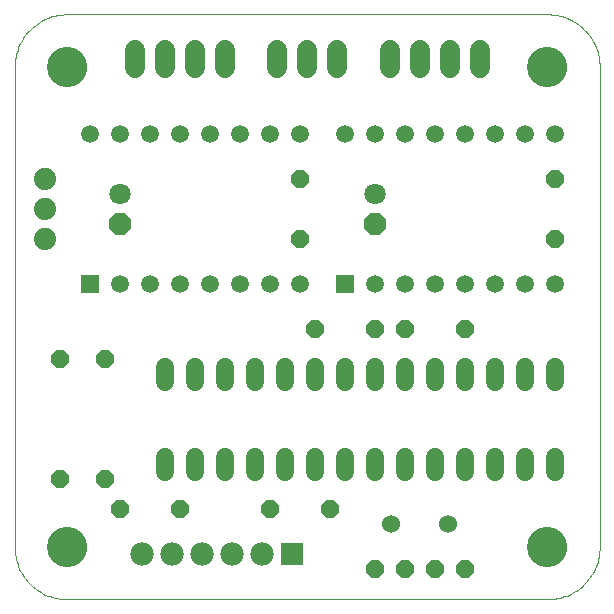
<source format=gts>
G75*
G70*
%OFA0B0*%
%FSLAX24Y24*%
%IPPOS*%
%LPD*%
%AMOC8*
5,1,8,0,0,1.08239X$1,22.5*
%
%ADD10C,0.0000*%
%ADD11C,0.0600*%
%ADD12R,0.0595X0.0595*%
%ADD13C,0.0595*%
%ADD14C,0.0674*%
%ADD15OC8,0.0600*%
%ADD16OC8,0.0710*%
%ADD17C,0.0710*%
%ADD18C,0.0600*%
%ADD19C,0.1340*%
%ADD20R,0.0780X0.0780*%
%ADD21C,0.0780*%
%ADD22C,0.0740*%
D10*
X000665Y002415D02*
X000665Y018415D01*
X001785Y018415D02*
X001787Y018465D01*
X001793Y018515D01*
X001803Y018564D01*
X001817Y018612D01*
X001834Y018659D01*
X001855Y018704D01*
X001880Y018748D01*
X001908Y018789D01*
X001940Y018828D01*
X001974Y018865D01*
X002011Y018899D01*
X002051Y018929D01*
X002093Y018956D01*
X002137Y018980D01*
X002183Y019001D01*
X002230Y019017D01*
X002278Y019030D01*
X002328Y019039D01*
X002377Y019044D01*
X002428Y019045D01*
X002478Y019042D01*
X002527Y019035D01*
X002576Y019024D01*
X002624Y019009D01*
X002670Y018991D01*
X002715Y018969D01*
X002758Y018943D01*
X002799Y018914D01*
X002838Y018882D01*
X002874Y018847D01*
X002906Y018809D01*
X002936Y018769D01*
X002963Y018726D01*
X002986Y018682D01*
X003005Y018636D01*
X003021Y018588D01*
X003033Y018539D01*
X003041Y018490D01*
X003045Y018440D01*
X003045Y018390D01*
X003041Y018340D01*
X003033Y018291D01*
X003021Y018242D01*
X003005Y018194D01*
X002986Y018148D01*
X002963Y018104D01*
X002936Y018061D01*
X002906Y018021D01*
X002874Y017983D01*
X002838Y017948D01*
X002799Y017916D01*
X002758Y017887D01*
X002715Y017861D01*
X002670Y017839D01*
X002624Y017821D01*
X002576Y017806D01*
X002527Y017795D01*
X002478Y017788D01*
X002428Y017785D01*
X002377Y017786D01*
X002328Y017791D01*
X002278Y017800D01*
X002230Y017813D01*
X002183Y017829D01*
X002137Y017850D01*
X002093Y017874D01*
X002051Y017901D01*
X002011Y017931D01*
X001974Y017965D01*
X001940Y018002D01*
X001908Y018041D01*
X001880Y018082D01*
X001855Y018126D01*
X001834Y018171D01*
X001817Y018218D01*
X001803Y018266D01*
X001793Y018315D01*
X001787Y018365D01*
X001785Y018415D01*
X000665Y018415D02*
X000667Y018498D01*
X000673Y018581D01*
X000683Y018664D01*
X000697Y018746D01*
X000714Y018828D01*
X000736Y018908D01*
X000761Y018987D01*
X000790Y019065D01*
X000823Y019142D01*
X000860Y019217D01*
X000899Y019290D01*
X000943Y019361D01*
X000989Y019430D01*
X001039Y019497D01*
X001092Y019561D01*
X001148Y019623D01*
X001207Y019682D01*
X001269Y019738D01*
X001333Y019791D01*
X001400Y019841D01*
X001469Y019887D01*
X001540Y019931D01*
X001613Y019970D01*
X001688Y020007D01*
X001765Y020040D01*
X001843Y020069D01*
X001922Y020094D01*
X002002Y020116D01*
X002084Y020133D01*
X002166Y020147D01*
X002249Y020157D01*
X002332Y020163D01*
X002415Y020165D01*
X018415Y020165D01*
X017785Y018415D02*
X017787Y018465D01*
X017793Y018515D01*
X017803Y018564D01*
X017817Y018612D01*
X017834Y018659D01*
X017855Y018704D01*
X017880Y018748D01*
X017908Y018789D01*
X017940Y018828D01*
X017974Y018865D01*
X018011Y018899D01*
X018051Y018929D01*
X018093Y018956D01*
X018137Y018980D01*
X018183Y019001D01*
X018230Y019017D01*
X018278Y019030D01*
X018328Y019039D01*
X018377Y019044D01*
X018428Y019045D01*
X018478Y019042D01*
X018527Y019035D01*
X018576Y019024D01*
X018624Y019009D01*
X018670Y018991D01*
X018715Y018969D01*
X018758Y018943D01*
X018799Y018914D01*
X018838Y018882D01*
X018874Y018847D01*
X018906Y018809D01*
X018936Y018769D01*
X018963Y018726D01*
X018986Y018682D01*
X019005Y018636D01*
X019021Y018588D01*
X019033Y018539D01*
X019041Y018490D01*
X019045Y018440D01*
X019045Y018390D01*
X019041Y018340D01*
X019033Y018291D01*
X019021Y018242D01*
X019005Y018194D01*
X018986Y018148D01*
X018963Y018104D01*
X018936Y018061D01*
X018906Y018021D01*
X018874Y017983D01*
X018838Y017948D01*
X018799Y017916D01*
X018758Y017887D01*
X018715Y017861D01*
X018670Y017839D01*
X018624Y017821D01*
X018576Y017806D01*
X018527Y017795D01*
X018478Y017788D01*
X018428Y017785D01*
X018377Y017786D01*
X018328Y017791D01*
X018278Y017800D01*
X018230Y017813D01*
X018183Y017829D01*
X018137Y017850D01*
X018093Y017874D01*
X018051Y017901D01*
X018011Y017931D01*
X017974Y017965D01*
X017940Y018002D01*
X017908Y018041D01*
X017880Y018082D01*
X017855Y018126D01*
X017834Y018171D01*
X017817Y018218D01*
X017803Y018266D01*
X017793Y018315D01*
X017787Y018365D01*
X017785Y018415D01*
X018415Y020165D02*
X018498Y020163D01*
X018581Y020157D01*
X018664Y020147D01*
X018746Y020133D01*
X018828Y020116D01*
X018908Y020094D01*
X018987Y020069D01*
X019065Y020040D01*
X019142Y020007D01*
X019217Y019970D01*
X019290Y019931D01*
X019361Y019887D01*
X019430Y019841D01*
X019497Y019791D01*
X019561Y019738D01*
X019623Y019682D01*
X019682Y019623D01*
X019738Y019561D01*
X019791Y019497D01*
X019841Y019430D01*
X019887Y019361D01*
X019931Y019290D01*
X019970Y019217D01*
X020007Y019142D01*
X020040Y019065D01*
X020069Y018987D01*
X020094Y018908D01*
X020116Y018828D01*
X020133Y018746D01*
X020147Y018664D01*
X020157Y018581D01*
X020163Y018498D01*
X020165Y018415D01*
X020165Y002415D01*
X017785Y002415D02*
X017787Y002465D01*
X017793Y002515D01*
X017803Y002564D01*
X017817Y002612D01*
X017834Y002659D01*
X017855Y002704D01*
X017880Y002748D01*
X017908Y002789D01*
X017940Y002828D01*
X017974Y002865D01*
X018011Y002899D01*
X018051Y002929D01*
X018093Y002956D01*
X018137Y002980D01*
X018183Y003001D01*
X018230Y003017D01*
X018278Y003030D01*
X018328Y003039D01*
X018377Y003044D01*
X018428Y003045D01*
X018478Y003042D01*
X018527Y003035D01*
X018576Y003024D01*
X018624Y003009D01*
X018670Y002991D01*
X018715Y002969D01*
X018758Y002943D01*
X018799Y002914D01*
X018838Y002882D01*
X018874Y002847D01*
X018906Y002809D01*
X018936Y002769D01*
X018963Y002726D01*
X018986Y002682D01*
X019005Y002636D01*
X019021Y002588D01*
X019033Y002539D01*
X019041Y002490D01*
X019045Y002440D01*
X019045Y002390D01*
X019041Y002340D01*
X019033Y002291D01*
X019021Y002242D01*
X019005Y002194D01*
X018986Y002148D01*
X018963Y002104D01*
X018936Y002061D01*
X018906Y002021D01*
X018874Y001983D01*
X018838Y001948D01*
X018799Y001916D01*
X018758Y001887D01*
X018715Y001861D01*
X018670Y001839D01*
X018624Y001821D01*
X018576Y001806D01*
X018527Y001795D01*
X018478Y001788D01*
X018428Y001785D01*
X018377Y001786D01*
X018328Y001791D01*
X018278Y001800D01*
X018230Y001813D01*
X018183Y001829D01*
X018137Y001850D01*
X018093Y001874D01*
X018051Y001901D01*
X018011Y001931D01*
X017974Y001965D01*
X017940Y002002D01*
X017908Y002041D01*
X017880Y002082D01*
X017855Y002126D01*
X017834Y002171D01*
X017817Y002218D01*
X017803Y002266D01*
X017793Y002315D01*
X017787Y002365D01*
X017785Y002415D01*
X018415Y000665D02*
X018498Y000667D01*
X018581Y000673D01*
X018664Y000683D01*
X018746Y000697D01*
X018828Y000714D01*
X018908Y000736D01*
X018987Y000761D01*
X019065Y000790D01*
X019142Y000823D01*
X019217Y000860D01*
X019290Y000899D01*
X019361Y000943D01*
X019430Y000989D01*
X019497Y001039D01*
X019561Y001092D01*
X019623Y001148D01*
X019682Y001207D01*
X019738Y001269D01*
X019791Y001333D01*
X019841Y001400D01*
X019887Y001469D01*
X019931Y001540D01*
X019970Y001613D01*
X020007Y001688D01*
X020040Y001765D01*
X020069Y001843D01*
X020094Y001922D01*
X020116Y002002D01*
X020133Y002084D01*
X020147Y002166D01*
X020157Y002249D01*
X020163Y002332D01*
X020165Y002415D01*
X018415Y000665D02*
X002415Y000665D01*
X001785Y002415D02*
X001787Y002465D01*
X001793Y002515D01*
X001803Y002564D01*
X001817Y002612D01*
X001834Y002659D01*
X001855Y002704D01*
X001880Y002748D01*
X001908Y002789D01*
X001940Y002828D01*
X001974Y002865D01*
X002011Y002899D01*
X002051Y002929D01*
X002093Y002956D01*
X002137Y002980D01*
X002183Y003001D01*
X002230Y003017D01*
X002278Y003030D01*
X002328Y003039D01*
X002377Y003044D01*
X002428Y003045D01*
X002478Y003042D01*
X002527Y003035D01*
X002576Y003024D01*
X002624Y003009D01*
X002670Y002991D01*
X002715Y002969D01*
X002758Y002943D01*
X002799Y002914D01*
X002838Y002882D01*
X002874Y002847D01*
X002906Y002809D01*
X002936Y002769D01*
X002963Y002726D01*
X002986Y002682D01*
X003005Y002636D01*
X003021Y002588D01*
X003033Y002539D01*
X003041Y002490D01*
X003045Y002440D01*
X003045Y002390D01*
X003041Y002340D01*
X003033Y002291D01*
X003021Y002242D01*
X003005Y002194D01*
X002986Y002148D01*
X002963Y002104D01*
X002936Y002061D01*
X002906Y002021D01*
X002874Y001983D01*
X002838Y001948D01*
X002799Y001916D01*
X002758Y001887D01*
X002715Y001861D01*
X002670Y001839D01*
X002624Y001821D01*
X002576Y001806D01*
X002527Y001795D01*
X002478Y001788D01*
X002428Y001785D01*
X002377Y001786D01*
X002328Y001791D01*
X002278Y001800D01*
X002230Y001813D01*
X002183Y001829D01*
X002137Y001850D01*
X002093Y001874D01*
X002051Y001901D01*
X002011Y001931D01*
X001974Y001965D01*
X001940Y002002D01*
X001908Y002041D01*
X001880Y002082D01*
X001855Y002126D01*
X001834Y002171D01*
X001817Y002218D01*
X001803Y002266D01*
X001793Y002315D01*
X001787Y002365D01*
X001785Y002415D01*
X000665Y002415D02*
X000667Y002332D01*
X000673Y002249D01*
X000683Y002166D01*
X000697Y002084D01*
X000714Y002002D01*
X000736Y001922D01*
X000761Y001843D01*
X000790Y001765D01*
X000823Y001688D01*
X000860Y001613D01*
X000899Y001540D01*
X000943Y001469D01*
X000989Y001400D01*
X001039Y001333D01*
X001092Y001269D01*
X001148Y001207D01*
X001207Y001148D01*
X001269Y001092D01*
X001333Y001039D01*
X001400Y000989D01*
X001469Y000943D01*
X001540Y000899D01*
X001613Y000860D01*
X001688Y000823D01*
X001765Y000790D01*
X001843Y000761D01*
X001922Y000736D01*
X002002Y000714D01*
X002084Y000697D01*
X002166Y000683D01*
X002249Y000673D01*
X002332Y000667D01*
X002415Y000665D01*
D11*
X005665Y004905D02*
X005665Y005425D01*
X006665Y005425D02*
X006665Y004905D01*
X007665Y004905D02*
X007665Y005425D01*
X008665Y005425D02*
X008665Y004905D01*
X009665Y004905D02*
X009665Y005425D01*
X010665Y005425D02*
X010665Y004905D01*
X011665Y004905D02*
X011665Y005425D01*
X012665Y005425D02*
X012665Y004905D01*
X013665Y004905D02*
X013665Y005425D01*
X014665Y005425D02*
X014665Y004905D01*
X015665Y004905D02*
X015665Y005425D01*
X016665Y005425D02*
X016665Y004905D01*
X017665Y004905D02*
X017665Y005425D01*
X018665Y005425D02*
X018665Y004905D01*
X018665Y007905D02*
X018665Y008425D01*
X017665Y008425D02*
X017665Y007905D01*
X016665Y007905D02*
X016665Y008425D01*
X015665Y008425D02*
X015665Y007905D01*
X014665Y007905D02*
X014665Y008425D01*
X013665Y008425D02*
X013665Y007905D01*
X012665Y007905D02*
X012665Y008425D01*
X011665Y008425D02*
X011665Y007905D01*
X010665Y007905D02*
X010665Y008425D01*
X009665Y008425D02*
X009665Y007905D01*
X008665Y007905D02*
X008665Y008425D01*
X007665Y008425D02*
X007665Y007905D01*
X006665Y007905D02*
X006665Y008425D01*
X005665Y008425D02*
X005665Y007905D01*
D12*
X003165Y011165D03*
X011665Y011165D03*
D13*
X012665Y011165D03*
X013665Y011165D03*
X014665Y011165D03*
X015665Y011165D03*
X016665Y011165D03*
X017665Y011165D03*
X018665Y011165D03*
X018665Y016165D03*
X017665Y016165D03*
X016665Y016165D03*
X015665Y016165D03*
X014665Y016165D03*
X013665Y016165D03*
X012665Y016165D03*
X011665Y016165D03*
X010165Y016165D03*
X009165Y016165D03*
X008165Y016165D03*
X007165Y016165D03*
X006165Y016165D03*
X005165Y016165D03*
X004165Y016165D03*
X003165Y016165D03*
X004165Y011165D03*
X005165Y011165D03*
X006165Y011165D03*
X007165Y011165D03*
X008165Y011165D03*
X009165Y011165D03*
X010165Y011165D03*
D14*
X010415Y018368D02*
X010415Y018962D01*
X009415Y018962D02*
X009415Y018368D01*
X007665Y018368D02*
X007665Y018962D01*
X006665Y018962D02*
X006665Y018368D01*
X005665Y018368D02*
X005665Y018962D01*
X004665Y018962D02*
X004665Y018368D01*
X011415Y018368D02*
X011415Y018962D01*
X013165Y018962D02*
X013165Y018368D01*
X014165Y018368D02*
X014165Y018962D01*
X015165Y018962D02*
X015165Y018368D01*
X016165Y018368D02*
X016165Y018962D01*
D15*
X018665Y014665D03*
X018665Y012665D03*
X015665Y009665D03*
X013665Y009665D03*
X012665Y009665D03*
X010665Y009665D03*
X010165Y012665D03*
X010165Y014665D03*
X003665Y008665D03*
X002165Y008665D03*
X002165Y004665D03*
X003665Y004665D03*
X004165Y003665D03*
X006165Y003665D03*
X009165Y003665D03*
X011165Y003665D03*
X012665Y001665D03*
X013665Y001665D03*
X014665Y001665D03*
X015665Y001665D03*
D16*
X012665Y013165D03*
X004165Y013165D03*
D17*
X004165Y014165D03*
X012665Y014165D03*
D18*
X013215Y003165D03*
X015115Y003165D03*
D19*
X018415Y002415D03*
X002415Y002415D03*
X002415Y018415D03*
X018415Y018415D03*
D20*
X009915Y002165D03*
D21*
X008915Y002165D03*
X007915Y002165D03*
X006915Y002165D03*
X005915Y002165D03*
X004915Y002165D03*
D22*
X001665Y012665D03*
X001665Y013665D03*
X001665Y014665D03*
M02*

</source>
